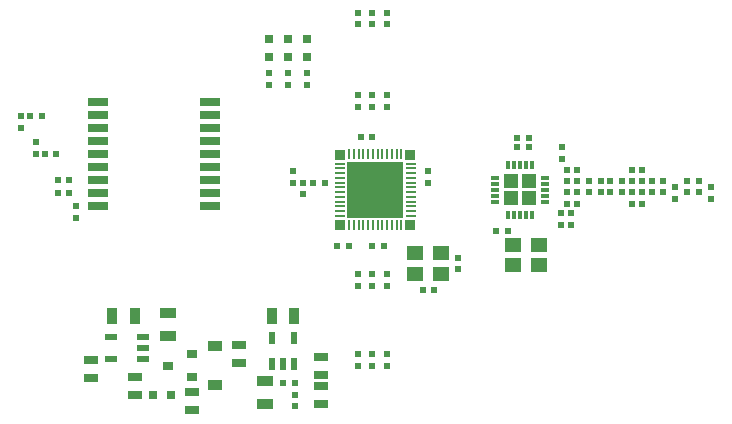
<source format=gtp>
%TF.GenerationSoftware,KiCad,Pcbnew,(6.0.7)*%
%TF.CreationDate,2022-08-15T11:29:02+02:00*%
%TF.ProjectId,atsd_tracker,61747364-5f74-4726-9163-6b65722e6b69,rev?*%
%TF.SameCoordinates,Original*%
%TF.FileFunction,Paste,Top*%
%TF.FilePolarity,Positive*%
%FSLAX46Y46*%
G04 Gerber Fmt 4.6, Leading zero omitted, Abs format (unit mm)*
G04 Created by KiCad (PCBNEW (6.0.7)) date 2022-08-15 11:29:02*
%MOMM*%
%LPD*%
G01*
G04 APERTURE LIST*
G04 Aperture macros list*
%AMRoundRect*
0 Rectangle with rounded corners*
0 $1 Rounding radius*
0 $2 $3 $4 $5 $6 $7 $8 $9 X,Y pos of 4 corners*
0 Add a 4 corners polygon primitive as box body*
4,1,4,$2,$3,$4,$5,$6,$7,$8,$9,$2,$3,0*
0 Add four circle primitives for the rounded corners*
1,1,$1+$1,$2,$3*
1,1,$1+$1,$4,$5*
1,1,$1+$1,$6,$7*
1,1,$1+$1,$8,$9*
0 Add four rect primitives between the rounded corners*
20,1,$1+$1,$2,$3,$4,$5,0*
20,1,$1+$1,$4,$5,$6,$7,0*
20,1,$1+$1,$6,$7,$8,$9,0*
20,1,$1+$1,$8,$9,$2,$3,0*%
G04 Aperture macros list end*
%ADD10R,0.500000X0.600000*%
%ADD11R,0.600000X0.500000*%
%ADD12R,1.143000X0.635000*%
%ADD13R,0.889000X1.397000*%
%ADD14R,1.397000X0.889000*%
%ADD15R,0.797560X0.797560*%
%ADD16RoundRect,0.050000X-0.350000X-0.050000X0.350000X-0.050000X0.350000X0.050000X-0.350000X0.050000X0*%
%ADD17RoundRect,0.050000X0.050000X-0.350000X0.050000X0.350000X-0.050000X0.350000X-0.050000X-0.350000X0*%
%ADD18RoundRect,0.225000X0.225000X-0.225000X0.225000X0.225000X-0.225000X0.225000X-0.225000X-0.225000X0*%
%ADD19R,4.700000X4.700000*%
%ADD20R,1.100000X0.600000*%
%ADD21R,1.800000X0.700000*%
%ADD22R,1.800000X0.800000*%
%ADD23R,1.220000X0.910000*%
%ADD24R,1.400000X1.200000*%
%ADD25R,0.900000X0.800000*%
%ADD26R,0.800000X0.350000*%
%ADD27R,0.350000X0.800000*%
%ADD28R,1.275000X1.275000*%
%ADD29R,0.500000X1.000000*%
G04 APERTURE END LIST*
D10*
%TO.C,R128*%
X72100000Y-94300000D03*
X71100000Y-94300000D03*
%TD*%
%TO.C,R127*%
X72100000Y-93200000D03*
X71100000Y-93200000D03*
%TD*%
D11*
%TO.C,R126*%
X72700000Y-96400000D03*
X72700000Y-95400000D03*
%TD*%
D10*
%TO.C,R125*%
X69999999Y-90999999D03*
X70999999Y-90999999D03*
%TD*%
%TO.C,R124*%
X93700000Y-93400000D03*
X92700000Y-93400000D03*
%TD*%
D11*
%TO.C,R123*%
X91000000Y-93400000D03*
X91000000Y-92400000D03*
%TD*%
%TO.C,R122*%
X89000000Y-85100000D03*
X89000000Y-84100000D03*
%TD*%
%TO.C,R121*%
X90600000Y-85100000D03*
X90600000Y-84100000D03*
%TD*%
%TO.C,R120*%
X92200000Y-85100000D03*
X92200000Y-84100000D03*
%TD*%
D10*
%TO.C,R119*%
X90170000Y-110350000D03*
X91170000Y-110350000D03*
%TD*%
D11*
%TO.C,R118*%
X91170000Y-112350000D03*
X91170000Y-111350000D03*
%TD*%
D12*
%TO.C,R117*%
X93378834Y-108150000D03*
X93378834Y-109674000D03*
%TD*%
%TO.C,R116*%
X93378834Y-110650000D03*
X93378834Y-112174000D03*
%TD*%
D11*
%TO.C,R115*%
X99000000Y-101150000D03*
X99000000Y-102150000D03*
%TD*%
%TO.C,R114*%
X97750000Y-101150000D03*
X97750000Y-102150000D03*
%TD*%
%TO.C,R113*%
X96500000Y-101150000D03*
X96500000Y-102150000D03*
%TD*%
%TO.C,R112*%
X99000000Y-79000000D03*
X99000000Y-80000000D03*
%TD*%
%TO.C,R111*%
X97750000Y-79000000D03*
X97750000Y-80000000D03*
%TD*%
%TO.C,R110*%
X96500000Y-79000000D03*
X96500000Y-80000000D03*
%TD*%
D12*
%TO.C,R109*%
X82445000Y-111138000D03*
X82445000Y-112662000D03*
%TD*%
D11*
%TO.C,R108*%
X99000000Y-108900000D03*
X99000000Y-107900000D03*
%TD*%
%TO.C,R107*%
X97750000Y-108900000D03*
X97750000Y-107900000D03*
%TD*%
%TO.C,R106*%
X96500000Y-108900000D03*
X96500000Y-107900000D03*
%TD*%
%TO.C,R105*%
X99000000Y-87000000D03*
X99000000Y-86000000D03*
%TD*%
%TO.C,R104*%
X97750000Y-87000000D03*
X97750000Y-86000000D03*
%TD*%
%TO.C,R103*%
X96500000Y-87000000D03*
X96500000Y-86000000D03*
%TD*%
D12*
%TO.C,R102*%
X77695000Y-109888000D03*
X77695000Y-111412000D03*
%TD*%
%TO.C,R101*%
X73945000Y-109912000D03*
X73945000Y-108388000D03*
%TD*%
D10*
%TO.C,L110*%
X110000000Y-90400000D03*
X111000000Y-90400000D03*
%TD*%
D11*
%TO.C,L109*%
X115100000Y-92300000D03*
X115100000Y-93300000D03*
%TD*%
%TO.C,L108*%
X115100000Y-95200000D03*
X115100000Y-94200000D03*
%TD*%
%TO.C,L107*%
X68000000Y-87750000D03*
X68000000Y-88750000D03*
%TD*%
D10*
%TO.C,L106*%
X118900000Y-93300000D03*
X117900000Y-93300000D03*
%TD*%
%TO.C,L105*%
X118900000Y-94200000D03*
X117900000Y-94200000D03*
%TD*%
D11*
%TO.C,L104*%
X120600000Y-92300000D03*
X120600000Y-93300000D03*
%TD*%
%TO.C,L103*%
X120600000Y-94200000D03*
X120600000Y-95200000D03*
%TD*%
D10*
%TO.C,L102*%
X122400000Y-94200000D03*
X121400000Y-94200000D03*
%TD*%
%TO.C,L101*%
X125400000Y-93300000D03*
X124400000Y-93300000D03*
%TD*%
%TO.C,C129*%
X108250000Y-97500000D03*
X109250000Y-97500000D03*
%TD*%
D11*
%TO.C,C128*%
X114600000Y-97000000D03*
X114600000Y-96000000D03*
%TD*%
%TO.C,C127*%
X113750000Y-97000000D03*
X113750000Y-96000000D03*
%TD*%
%TO.C,C126*%
X113800000Y-90400000D03*
X113800000Y-91400000D03*
%TD*%
D10*
%TO.C,C125*%
X110000000Y-89650000D03*
X111000000Y-89650000D03*
%TD*%
D11*
%TO.C,C124*%
X114200000Y-92300000D03*
X114200000Y-93300000D03*
%TD*%
%TO.C,C123*%
X114200000Y-95200000D03*
X114200000Y-94200000D03*
%TD*%
%TO.C,C122*%
X69250000Y-90000000D03*
X69250000Y-91000000D03*
%TD*%
D10*
%TO.C,C121*%
X69750000Y-87750000D03*
X68750000Y-87750000D03*
%TD*%
%TO.C,C120*%
X116100000Y-93300000D03*
X117100000Y-93300000D03*
%TD*%
%TO.C,C119*%
X116100000Y-94200000D03*
X117100000Y-94200000D03*
%TD*%
D11*
%TO.C,C118*%
X119700000Y-92300000D03*
X119700000Y-93300000D03*
%TD*%
%TO.C,C117*%
X119700000Y-95200000D03*
X119700000Y-94200000D03*
%TD*%
D10*
%TO.C,C116*%
X121400000Y-93300000D03*
X122400000Y-93300000D03*
%TD*%
D11*
%TO.C,C115*%
X123400000Y-94800000D03*
X123400000Y-93800000D03*
%TD*%
D10*
%TO.C,C114*%
X124400000Y-94200000D03*
X125400000Y-94200000D03*
%TD*%
D11*
%TO.C,C113*%
X126400000Y-94800000D03*
X126400000Y-93800000D03*
%TD*%
D10*
%TO.C,C112*%
X94750000Y-98750000D03*
X95750000Y-98750000D03*
%TD*%
D11*
%TO.C,C111*%
X102500000Y-92400000D03*
X102500000Y-93400000D03*
%TD*%
D10*
%TO.C,C110*%
X98750000Y-98750000D03*
X97750000Y-98750000D03*
%TD*%
%TO.C,C109*%
X96750000Y-89500000D03*
X97750000Y-89500000D03*
%TD*%
D11*
%TO.C,C108*%
X91900000Y-94400000D03*
X91900000Y-93400000D03*
%TD*%
D10*
%TO.C,C107*%
X102000000Y-102500000D03*
X103000000Y-102500000D03*
%TD*%
D11*
%TO.C,C106*%
X105000000Y-99750000D03*
X105000000Y-100750000D03*
%TD*%
D13*
%TO.C,C105*%
X91147500Y-104650000D03*
X89242500Y-104650000D03*
%TD*%
D14*
%TO.C,C104*%
X88695000Y-112102500D03*
X88695000Y-110197500D03*
%TD*%
D12*
%TO.C,C103*%
X86445000Y-108662000D03*
X86445000Y-107138000D03*
%TD*%
D14*
%TO.C,C102*%
X80445000Y-104447500D03*
X80445000Y-106352500D03*
%TD*%
D13*
%TO.C,C101*%
X77647500Y-104650000D03*
X75742500Y-104650000D03*
%TD*%
D15*
%TO.C,D101*%
X80694300Y-111400000D03*
X79195700Y-111400000D03*
%TD*%
D16*
%TO.C,U103*%
X95000000Y-91800000D03*
X95000000Y-92200000D03*
X95000000Y-92600000D03*
X95000000Y-93000000D03*
X95000000Y-93400000D03*
X95000000Y-93800000D03*
X95000000Y-94200000D03*
X95000000Y-94600000D03*
X95000000Y-95000000D03*
X95000000Y-95400000D03*
X95000000Y-95800000D03*
X95000000Y-96200000D03*
D17*
X95800000Y-97000000D03*
X96200000Y-97000000D03*
X96600000Y-97000000D03*
X97000000Y-97000000D03*
X97400000Y-97000000D03*
X97800000Y-97000000D03*
X98200000Y-97000000D03*
X98600000Y-97000000D03*
X99000000Y-97000000D03*
X99400000Y-97000000D03*
X99800000Y-97000000D03*
X100200000Y-97000000D03*
D16*
X101000000Y-96200000D03*
X101000000Y-95800000D03*
X101000000Y-95400000D03*
X101000000Y-95000000D03*
X101000000Y-94600000D03*
X101000000Y-94200000D03*
X101000000Y-93800000D03*
X101000000Y-93400000D03*
X101000000Y-93000000D03*
X101000000Y-92600000D03*
X101000000Y-92200000D03*
X101000000Y-91800000D03*
D17*
X100200000Y-91000000D03*
X99800000Y-91000000D03*
X99400000Y-91000000D03*
X99000000Y-91000000D03*
X98600000Y-91000000D03*
X98200000Y-91000000D03*
X97800000Y-91000000D03*
X97400000Y-91000000D03*
X97000000Y-91000000D03*
X96600000Y-91000000D03*
X96200000Y-91000000D03*
X95800000Y-91000000D03*
D18*
X95050000Y-91050000D03*
D19*
X98000000Y-94000000D03*
D18*
X100950000Y-96950000D03*
X95050000Y-96950000D03*
X100950000Y-91050000D03*
%TD*%
D15*
%TO.C,D103*%
X92200000Y-82749300D03*
X92200000Y-81250700D03*
%TD*%
%TO.C,D104*%
X90600000Y-82749300D03*
X90600000Y-81250700D03*
%TD*%
%TO.C,D105*%
X89000000Y-82749300D03*
X89000000Y-81250700D03*
%TD*%
D20*
%TO.C,U101*%
X78295000Y-108350000D03*
X78295000Y-107400000D03*
X78295000Y-106450000D03*
X75595000Y-106450000D03*
X75595000Y-108350000D03*
%TD*%
D21*
%TO.C,U105*%
X84000000Y-95400000D03*
D22*
X84000000Y-94300000D03*
X84000000Y-93200000D03*
X84000000Y-92100000D03*
X84000000Y-91000000D03*
X84000000Y-89900000D03*
X84000000Y-88800000D03*
X84000000Y-87700000D03*
D21*
X84000000Y-86600000D03*
X74500000Y-86600000D03*
D22*
X74500000Y-87700000D03*
X74500000Y-88800000D03*
X74500000Y-89900000D03*
X74500000Y-91000000D03*
X74500000Y-92100000D03*
X74500000Y-93200000D03*
X74500000Y-94300000D03*
D21*
X74500000Y-95400000D03*
%TD*%
D23*
%TO.C,D102*%
X84445000Y-110535000D03*
X84445000Y-107265000D03*
%TD*%
D24*
%TO.C,X101*%
X103600000Y-99400000D03*
X101400000Y-99400000D03*
X101400000Y-101100000D03*
X103600000Y-101100000D03*
%TD*%
D25*
%TO.C,Q101*%
X82445000Y-109850000D03*
X82445000Y-107950000D03*
X80445000Y-108900000D03*
%TD*%
D26*
%TO.C,U106*%
X112350000Y-95000000D03*
X112350000Y-94500000D03*
X112350000Y-94000000D03*
X112350000Y-93500000D03*
X112350000Y-93000000D03*
D27*
X111250000Y-91900000D03*
X110750000Y-91900000D03*
X110250000Y-91900000D03*
X109750000Y-91900000D03*
X109250000Y-91900000D03*
D26*
X108150000Y-93000000D03*
X108150000Y-93500000D03*
X108150000Y-94000000D03*
X108150000Y-94500000D03*
X108150000Y-95000000D03*
D27*
X109250000Y-96100000D03*
X109750000Y-96100000D03*
X110250000Y-96100000D03*
X110750000Y-96100000D03*
X111250000Y-96100000D03*
D28*
X110987500Y-94737500D03*
X109512500Y-94737500D03*
X110987500Y-93262500D03*
X109512500Y-93262500D03*
%TD*%
D24*
%TO.C,X102*%
X111850000Y-98650000D03*
X109650000Y-98650000D03*
X109650000Y-100350000D03*
X111850000Y-100350000D03*
%TD*%
D29*
%TO.C,U102*%
X89245000Y-108750000D03*
X90195000Y-108750000D03*
X91145000Y-108750000D03*
X91145000Y-106550000D03*
X89245000Y-106550000D03*
%TD*%
M02*

</source>
